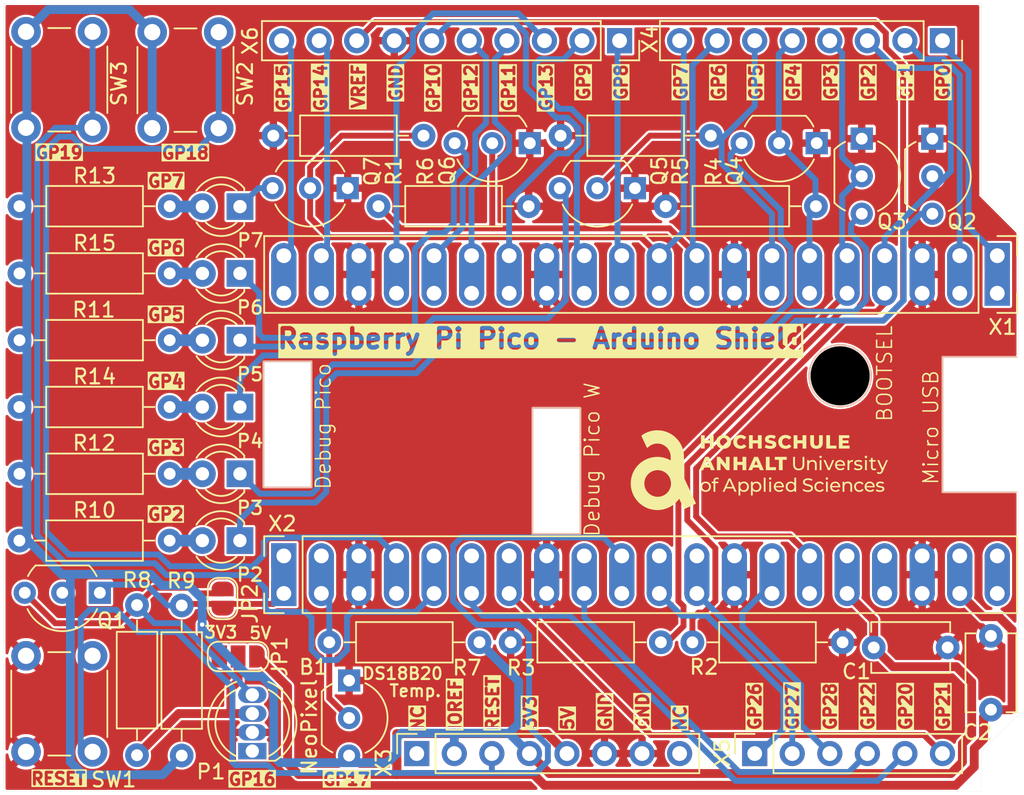
<source format=kicad_pcb>
(kicad_pcb (version 20221018) (generator pcbnew)

  (general
    (thickness 1.6)
  )

  (paper "A4" portrait)
  (title_block
    (title "Raspberry Pi Pico \\nArduino Shield")
    (date "2023-09-11")
    (rev "V1.0")
    (company "Hochschule Anhalt - University of Applied Sciences")
    (comment 1 "Printed Circuit Board")
    (comment 2 "Tobias Müller, M.Eng.")
    (comment 3 "Tobias Müller, M.Eng.")
    (comment 4 "PCB-Design")
    (comment 5 "ready to manufacture")
    (comment 6 "EMW | ES-LAB")
    (comment 7 "DIN 40719-2, DIN EN 60664-1,\\nDIN EN 61010-1")
    (comment 8 "EN")
  )

  (layers
    (0 "F.Cu" signal)
    (31 "B.Cu" signal)
    (32 "B.Adhes" user "B.Adhesive")
    (33 "F.Adhes" user "F.Adhesive")
    (34 "B.Paste" user)
    (35 "F.Paste" user)
    (36 "B.SilkS" user "B.Silkscreen")
    (37 "F.SilkS" user "F.Silkscreen")
    (38 "B.Mask" user)
    (39 "F.Mask" user)
    (40 "Dwgs.User" user "User.Drawings")
    (41 "Cmts.User" user "User.Comments")
    (42 "Eco1.User" user "User.Eco1")
    (43 "Eco2.User" user "User.Eco2")
    (44 "Edge.Cuts" user)
    (45 "Margin" user)
    (46 "B.CrtYd" user "B.Courtyard")
    (47 "F.CrtYd" user "F.Courtyard")
    (48 "B.Fab" user)
    (49 "F.Fab" user)
    (50 "User.1" user)
    (51 "User.2" user)
    (52 "User.3" user)
    (53 "User.4" user)
    (54 "User.5" user)
    (55 "User.6" user)
    (56 "User.7" user)
    (57 "User.8" user)
    (58 "User.9" user)
  )

  (setup
    (stackup
      (layer "F.SilkS" (type "Top Silk Screen"))
      (layer "F.Paste" (type "Top Solder Paste"))
      (layer "F.Mask" (type "Top Solder Mask") (thickness 0.01))
      (layer "F.Cu" (type "copper") (thickness 0.035))
      (layer "dielectric 1" (type "core") (thickness 1.51) (material "FR4") (epsilon_r 4.5) (loss_tangent 0.02))
      (layer "B.Cu" (type "copper") (thickness 0.035))
      (layer "B.Mask" (type "Bottom Solder Mask") (thickness 0.01))
      (layer "B.Paste" (type "Bottom Solder Paste"))
      (layer "B.SilkS" (type "Bottom Silk Screen"))
      (copper_finish "None")
      (dielectric_constraints no)
    )
    (pad_to_mask_clearance 0)
    (aux_axis_origin 79.0696 158.3534)
    (pcbplotparams
      (layerselection 0x00010e0_ffffffff)
      (plot_on_all_layers_selection 0x0000000_00000000)
      (disableapertmacros false)
      (usegerberextensions false)
      (usegerberattributes true)
      (usegerberadvancedattributes true)
      (creategerberjobfile true)
      (dashed_line_dash_ratio 12.000000)
      (dashed_line_gap_ratio 3.000000)
      (svgprecision 4)
      (plotframeref false)
      (viasonmask false)
      (mode 1)
      (useauxorigin false)
      (hpglpennumber 1)
      (hpglpenspeed 20)
      (hpglpendiameter 15.000000)
      (dxfpolygonmode true)
      (dxfimperialunits true)
      (dxfusepcbnewfont true)
      (psnegative false)
      (psa4output false)
      (plotreference true)
      (plotvalue true)
      (plotinvisibletext false)
      (sketchpadsonfab false)
      (subtractmaskfromsilk false)
      (outputformat 1)
      (mirror false)
      (drillshape 0)
      (scaleselection 1)
      (outputdirectory "../Build/")
    )
  )

  (net 0 "")
  (net 1 "GP0")
  (net 2 "GP1")
  (net 3 "GND")
  (net 4 "GP2")
  (net 5 "GP3")
  (net 6 "GP4")
  (net 7 "GP5")
  (net 8 "GP6")
  (net 9 "GP7")
  (net 10 "GP8")
  (net 11 "GP9")
  (net 12 "GP10")
  (net 13 "GP11")
  (net 14 "GP12")
  (net 15 "GP13")
  (net 16 "GP14")
  (net 17 "GP15")
  (net 18 "GP16")
  (net 19 "GP17")
  (net 20 "GP18")
  (net 21 "GP19")
  (net 22 "GP20")
  (net 23 "GP21")
  (net 24 "GP22")
  (net 25 "RUN")
  (net 26 "GP26")
  (net 27 "GP27")
  (net 28 "GP28")
  (net 29 "VREF")
  (net 30 "+3V3")
  (net 31 "unconnected-(X2-Pin_17-Pad17)")
  (net 32 "unconnected-(X3-Pin_1-Pad1)")
  (net 33 "unconnected-(X3-Pin_8-Pad8)")
  (net 34 "+5V")
  (net 35 "unconnected-(P1-DOUT-Pad1)")
  (net 36 "Net-(JP1-C)")
  (net 37 "Net-(P2-K)")
  (net 38 "Net-(P2-A)")
  (net 39 "Net-(P3-K)")
  (net 40 "Net-(P3-A)")
  (net 41 "Net-(P4-K)")
  (net 42 "Net-(P4-A)")
  (net 43 "Net-(P5-K)")
  (net 44 "Net-(P5-A)")
  (net 45 "Net-(P6-K)")
  (net 46 "Net-(P6-A)")
  (net 47 "Net-(P7-K)")
  (net 48 "Net-(P7-A)")
  (net 49 "unconnected-(X2-Pin_20-Pad20)")
  (net 50 "Net-(JP2-B)")

  (footprint "Package_TO_SOT_THT:TO-92_Inline_Wide" (layer "F.Cu") (at 102.4338 150.8252 -90))

  (footprint "Package_TO_SOT_THT:TO-92_Inline_Wide" (layer "F.Cu") (at 121.7686 117.5044 180))

  (footprint "LED_THT:LED_D3.0mm" (layer "F.Cu") (at 95.0528 127.7914 180))

  (footprint "Connector_PinSocket_2.54mm:PinSocket_1x06_P2.54mm_Vertical" (layer "F.Cu") (at 129.8696 155.7694 90))

  (footprint "Resistor_THT:R_Axial_DIN0207_L6.3mm_D2.5mm_P10.16mm_Horizontal" (layer "F.Cu") (at 123.5212 148.2384 180))

  (footprint "Package_TO_SOT_THT:TO-92_Inline_Wide" (layer "F.Cu") (at 85.5736 144.8856 180))

  (footprint "Resistor_THT:R_Axial_DIN0207_L6.3mm_D2.5mm_P10.16mm_Horizontal" (layer "F.Cu") (at 80.138 118.7236))

  (footprint "Resistor_THT:R_Axial_DIN0207_L6.3mm_D2.5mm_P10.16mm_Horizontal" (layer "F.Cu") (at 91.1098 155.9052 90))

  (footprint "Pico Adapter:Raspberry Pi Pico Header" (layer "F.Cu") (at 98.0186 144.9319 90))

  (footprint "LED_THT:LED_D3.0mm" (layer "F.Cu") (at 95.0478 132.3126 180))

  (footprint "LED_THT:LED_D3.0mm" (layer "F.Cu") (at 95.0528 123.2702 180))

  (footprint "Capacitor_THT:C_Disc_D5.1mm_W3.2mm_P5.00mm" (layer "F.Cu") (at 145.8468 152.8026 90))

  (footprint "Button_Switch_THT:SW_PUSH_6mm_H5mm" (layer "F.Cu") (at 89.1148 113.4392 90))

  (footprint "Resistor_THT:R_Axial_DIN0207_L6.3mm_D2.5mm_P10.16mm_Horizontal" (layer "F.Cu") (at 80.133 132.3126))

  (footprint "Resistor_THT:R_Axial_DIN0207_L6.3mm_D2.5mm_P10.16mm_Horizontal" (layer "F.Cu") (at 80.133 141.355))

  (footprint "Resistor_THT:R_Axial_DIN0207_L6.3mm_D2.5mm_P10.16mm_Horizontal" (layer "F.Cu") (at 80.138 127.7914))

  (footprint "Resistor_THT:R_Axial_DIN0207_L6.3mm_D2.5mm_P10.16mm_Horizontal" (layer "F.Cu") (at 111.253 148.2384 180))

  (footprint "Resistor_THT:R_Axial_DIN0207_L6.3mm_D2.5mm_P10.16mm_Horizontal" (layer "F.Cu") (at 125.6548 148.2384))

  (footprint "Resistor_THT:R_Axial_DIN0207_L6.3mm_D2.5mm_P10.16mm_Horizontal" (layer "F.Cu") (at 107.4684 113.9484 180))

  (footprint "LED_THT:LED_D3.0mm" (layer "F.Cu") (at 95.0528 118.749 180))

  (footprint "LED_THT:LED_D3.0mm" (layer "F.Cu") (at 95.0478 141.355 180))

  (footprint "Pico Adapter:Raspberry Pi Pico" (layer "F.Cu") (at 96.648 144.0024))

  (footprint "Connector_PinSocket_2.54mm:PinSocket_1x10_P2.54mm_Vertical" (layer "F.Cu") (at 120.7278 107.5184 -90))

  (footprint "Pico Adapter:SolderJumper-3_P1.3mm_Open_RoundedPad1.0x1.5mm" (layer "F.Cu") (at 94.9244 149.1996 180))

  (footprint "Connector_PinSocket_2.54mm:PinSocket_1x08_P2.54mm_Vertical" (layer "F.Cu") (at 107.0106 155.7694 90))

  (footprint "Pico Adapter:Arduino Shield" (layer "F.Cu") (at 79.0696 158.3534))

  (footprint "Resistor_THT:R_Axial_DIN0207_L6.3mm_D2.5mm_P10.16mm_Horizontal" (layer "F.Cu") (at 134.0114 118.7236 180))

  (footprint "Package_TO_SOT_THT:TO-92_Inline_Wide" (layer "F.Cu") (at 102.3376 117.5 180))

  (footprint "Pico Adapter:LED_D5.0mm-4_RGB" (layer "F.Cu") (at 95.886 155.6044 90))

  (footprint "Button_Switch_THT:SW_PUSH_6mm_H5mm" (layer "F.Cu") (at 85.0804 149.154 -90))

  (footprint "Resistor_THT:R_Axial_DIN0207_L6.3mm_D2.5mm_P10.16mm_Horizontal" (layer "F.Cu") (at 80.138 136.8338))

  (footprint "Pico Adapter:Raspberry Pi Pico Header" (layer "F.Cu")
    (tstamp 99ecf889-4ef1-4e90-9e35-968f0663196f)
    (at 146.2786 122.0724 -90)
    (descr "Through hole straight pin header, 2x20, 2.54mm pitch, double rows")
    (tags "Through hole pin header THT 2x20 2.54mm double row")
    (property "Hersteller-Nr." "HTSW-120-10-T-S")
    (property "Mouser-Nr." "200-HTSW12010TS")
    (property "Sheetfile" "Pico_Adapter.kicad_sch")
    (property "Sheetname" "")
    (property "ki_description" "Generic connector, single row, 01x20, script generated (kicad-library-utils/schlib/autogen/connector/)")
    (property "ki_keywords" "connector")
    (path "/8c49dd93-20af-4151-aae9-2b4d7dbd1ccf")
    (attr through_hole)
    (fp_text reference "X1" (at 4.83 -0.3566 -180) (layer "F.SilkS")
        (effects (font (size 1 1) (thickness 0.15)))
      (tstamp a9f540a6-edeb-441a-bfbf-45ef1f6e881d)
    )
    (fp_text value "Raspberry Pi Pico Header" (at 4.6268 16.1534 -180) (layer "F.Fab")
        (effects (font (size 1 1) (thickness 0.15)))
      (tstamp 7d121660-012e-458a-9dfe-16894094e835)
    )
    (fp_line (start -1.33 -1.33) (end 0 -1.33)
      (stroke (width 0.12) (type solid)) (layer "F.SilkS") (tstamp 070dfd40-8179-41d4-bf3d-2ae1db93e6a2))
    (fp_line (start -1.33 0) (end -1.33 -1.33)
      (stroke (width 0.12) (type solid)) (layer "F.SilkS") (tstamp 07178773-abae-4b84-8750-8f49f06539d9))
    (fp_line (start -1.33 1.27) (end -1.33 49.59)
      (stroke (width 0.12) (type solid)) (layer "F.SilkS") (tstamp fc7634bc-a142-419b-aa0f-2a62e3de61c5))
    (fp_line (start -1.33 1.27) (end 3.87 1.27)
      (stroke (width 0.12) (type solid)) (layer "F.SilkS") (tstamp 39195cc8-b84d-4fd9-8f6b-f1e63fccb7bc))
    (fp_line (start -1.33 49.59) (end 3.87 49.59)
      (stroke (width 0.12) (type solid)) (layer "F.SilkS") (tstamp f2c6ae7e-8001-4a22-b102-c91a53ef5aa3))
    (fp_line (start 2.54 -1.33) (end 3.87 -1.33)
      (stroke (width 0.12) (type solid)) (layer "F.SilkS") (tstamp 782918ea-1d67-49c4-b196-a7ff89de53fd))
    (fp_line (start 3.87 0) (end 3.87 -1.33)
      (stroke (width 0.12) (type solid)) (layer "F.SilkS") (tstamp 65c75e2c-7615-4d48-9a84-a0effd6290fd))
    (fp_line (start 3.87 1.27) (end 3.87 49.59)
      (stroke (width 0.12) (type solid)) (layer "F.SilkS") (tstamp 324c9748-0c34-4d90-b7ec-b37716d22c72))
    (fp_line (start -1.8 -1.8) (end -1.8 50.05)
      (stroke (width 0.05) (type solid)) (layer "F.CrtYd") (tstamp 5437a403-93df-4227-94bb-0518adf31c42))
    (fp_line (start -1.8 50.05) (end 4.35 50.05)
      (stroke (width 0.05) (type solid)) (layer "F.CrtYd") (tstamp e32bbad7-332d-48b8-b7f0-6587ae50f0c6))
    (fp_line (start 4.35 -1.8) (end -1.8 -1.8)
      (stroke (width 0.05) (type solid)) (layer "F.CrtYd") (tstamp 8aa197ce-0d90-44c3-9a41-0468999ef8b9))
    (fp_line (start 4.35 50.05) (end 4.35 -1.8)
      (stroke (width 0.05) (type solid)) (layer "F.CrtYd") (tstamp 806e4d13-853a-44f6-8383-8c29915838b9))
    (fp_line (start -1.27 0) (end 0 -1.27)
      (stroke (width 0.1) (type solid)) (layer "F.Fab") (tstamp 5c0ee2a9-0953-44b1-8e8b-c177d29c34fa))
    (fp_line (start -1.27 49.53) (end -1.27 0)
      (stroke (width 0.1) (type solid)) (layer "F.Fab") (tstamp c09dda99-e823-459d-a3f4-bfee4f845a57))
    (fp_line (start 0 -1.27) (end 2.54 -1.27)
      (stroke (width 0.1) (type solid)) (layer "F.Fab") (tstamp d589f81d-68a2-4f5c-b951-15304d00c437))
    (fp_line (start 3.81 0) (end 2.54 -1.27)
      (stroke (width 0.1) (type solid)) (layer "F.Fab") (tstamp acb97d43-62b4-4e7b-a2ab-5b1e9e7818b7))
    (fp_line (start 3.81 0) (end 3.81 49.53)
      (stroke (width 0.1) (type solid)) (layer "F.Fab") (tstamp 2704f8a9-d316-4962-a7cf-2dcb04035f9e))
    (fp_line (start 3.81 49.53) (end -1.27 49.53)
      (stroke (width 0.1) (type solid)) (layer "F.Fab") (tstamp 08cd05ce-d082-4941-937b-e33e2bd91e1a))
    (pad "1" thru_hole rect (at 0 0 270) (size 1.7 1.7) (drill 1) (layers "*.Cu" "*.Mask")
      (net 1 "GP0") (pinfunction "Pin_1") (pintype "passive") (tstamp d456b6a5-79d7-409b-a065-795acbff8610))
    (pad "1" smd rect (at 1.27 0 270) (size 4.24 1.7) (layers "F.Cu" "F.Mask")
      (net 1 "GP0") (pinfunction "Pin_1") (pintype "passive") (tstamp b2b76b49-e99b-4120-aa09-12d2b4f54726))
    (pad "1" smd rect (at 1.27 0 270) (size 4.24 1.7) (layers "B.Cu" "B.Mask")
      (net 1 "GP0") (pinfunction "Pin_1") (pintype "passive") (tstamp 23b1453f-ae87-4c70-85ee-c8c890f22cc5))
    (pad "1" thru_hole rect (at 2.54 0 270) (size 1.7 1.7) (drill 1) (layers "*.Cu" "*.Mask")
      (net 1 "GP0") (pinfunction "Pin_1") (pintype "passive") (tstamp b8167eb9-4914-4202-87d2-7bfb3d901397))
    (pad "2" thru_hole circle (at 0 2.54 270) (size 1.7 1.7) (drill 1) (layers "*.Cu" "*.Mask")
      (net 2 "GP1") (pinfunction "Pin_2") (pintype "passive") (tstamp 3e6fc691-610a-4450-b6f0-09fca32daae5))
    (pad "2" smd oval (at 1.27 2.54 270) (size 4.24 1.7) (layers "F.Cu" "F.Mask")
      (net 2 "GP1") (pinfunction "Pin_2") (pintype "passive") (tstamp 58e1966e-0e78-4ef2-9733-18b92c501a6a))
    (pad "2" smd oval (at 1.27 2.54 270) (size 4.24 1.7) (layers "B.Cu" "B.Mask")
      (net 2 "GP1") (pinfunction "Pin_2") (pintype "passive") (tstamp 1650792a-6c25-4631-b2ad-ab7e75ee99bb))
    (pad "2" thru_hole circle (at 2.54 2.54 270) (size 1.7 1.7) (drill 1) (layers "*.Cu" "*.Mask")
      (net 2 "GP1") (pinfunction "Pin_2") (pintype "passive") (tstamp dfe0433c-4948-4223-841f-0b3049226332))
    (pad "3" thru_hole circle (at 0 5.08 270) (size 1.7 1.7) (drill 1) (layers "*.Cu" "*.Mask")
      (net 3 "GND") (pinfunction "Pin_3") (pintype "passive") (tstamp e7619da2-8727-487a-9659-cc7efb0a121d))
    (pad "3" smd oval (at 1.27 5.08 270) (size 4.24 1.7) (layers "F.Cu" "F.Mask")
      (net 3 "GND") (pinfunction "Pin_3") (pintype "passive") (tstamp 02e85a8c-2b4d-469c-a929-ac60a5e91bd6))
    (pad "3" smd oval (at 1.27 5.08 270) (size 4.24 1.7) (layers "B.Cu" "B.Mask")
      (net 3 "GND") (pinfunction "Pin_3") (pintype "passive") (tstamp 1d7f19a3-8d83-4420-b4da-fd0d04bc69c9))
    (pad "3" thru_hole circle (at 2.54 5.08 270) (size 1.7 1.7) (drill 1) (layers "*.Cu" "*.Mask")
      (net 3 "GND") (pinfunction "Pin_3") (pintype "passive") (tstamp 6d34c963-ae70-4d72-b2c7-351dcaf98123))
    (pad "4" thru_hole circle (at 0 7.62 270) (size 1.7 1.7) (drill 1) (layers "*.Cu" "*.Mask")
      (net 4 "GP2") (pinfunction "Pin_4") (pintype "passive") (tstamp 7dc91d51-1b39-4d80-8b13-c901ef902b03))
    (pad "4" smd oval (at 1.27 7.62 270) (size 4.24 1.7) (layers "F.Cu" "F.Mask")
      (net 4 "GP2") (pinfunction "Pin_4") (pintype "passive") (tstamp e4a96082-b733-487f-8f58-e7250de9759b))
    (pad "4" smd oval (at 1.27 7.62 270) (size 4.24 1.7) (layers "B.Cu" "B.Mask")
      (net 4 "GP2") (pinfunction "Pin_4") (pintype "passive") (tstamp b46c0d5f-0f16-4c76-9ec1-68efff60b71e))
    (pad "4" thru_hole circle (at 2.54 7.62 270) (size 1.7 1.7) (drill 1) (layers "*.Cu" "*.Mask")
      (net 4 "GP2") (pinfunction "Pin_4") (pintype "passive") (tstamp 4ec94788-b52c-4648-b27d-3ddece8484af))
    (pad "5" thru_hole circle (at 0 10.16 270) (size 1.7 1.7) (drill 1) (layers "*.Cu" "*.Mask")
      (net 5 "GP3") (pinfunction "Pin_5") (pintype "passive") (tstamp 447afbd3-262b-445f-841f-8b4932bc6632))
    (pad "5" smd oval (at 1.27 10.16 270) (size 4.24 1.7) (layers "F.Cu" "F.Mask")
      (net 5 "GP3") (pinfunction "Pin_5") (pintype "passive") (tstamp d3cda1cf-43c2-4853-8c96-9e18edc0fea7))
    (pad "5" smd oval (at 1.27 10.16 270) (size 4.24 1.7) (layers "B.Cu" "B.Mask")
      (net 5 "GP3") (pinfunction "Pin_5") (pintype "passive") (tstamp 31ab2dcc-fb1b-4e8c-a5c6-39a60edee063))
    (pad "5" thru_hole circle (at 2.54 10.16 270) (size 1.7 1.7) (drill 1) (layers "*.Cu" "*.Mask")
      (net 5 "GP3") (pinfunction "Pin_5") (pintype "passive") (tstamp 65725ff8-c0da-4348-827f-19017e4eb95c))
    (pad "6" thru_hole circle (at 0 12.7 270) (size 1.7 1.7) (drill 1) (layers "*.Cu" "*.Mask")
      (net 6 "GP4") (pinfunction "Pin_6") (pintype "passive") (tstamp d157d19c-b353-4613-a955-774f9cfcf528))
    (pad "6" smd oval (at 1.27 12.7 270) (size 4.24 1.7) (layers "F.Cu" "F.Mask")
      (net 6 "GP4") (pinfunction "Pin_6") (pintype "passive") (tstamp 5e6821f1-6d63-4f40-9f3a-eed326e08356))
    (pad "6" smd oval (at 1.27 12.7 270) (size 4.24 1.7) (layers "B.Cu" "B.Mask")
      (net 6 "GP4") (pinfunction "Pin_6") (pintype "passive") (tstamp 5bcb3be6-d58b-48b3-a102-8bafdc8a4b3a))
    (pad "6" thru_hole circle (at 2.54 12.7 270) (size 1.7 1.7) (drill 1) (layers "*.Cu" "*.Mask")
      (net 6 "GP4") (pinfunction "Pin_6") (pintype "passive") (tstamp 85032983-f00a-4615-9025-00e86aa29765))
    (pad "7" thru_hole circle (at 0 15.24 270) (size 1.7 1.7) (drill 1) (layers "*.Cu" "*.Mask")
      (net 7 "GP5") (pinfunction "Pin_7") (pintype "passive") (tstamp e915d540-b02f-4146-b6a8-09a15a938357))
    (pad "7" smd oval (at 1.27 15.24 270) (size 4.24 1.7) (layers "F.Cu" "F.Mask")
      (net 7 "GP5") (pinfunction "Pin_7") (pintype "passive") (tstamp 34ec4c9d-f3fe-4c75-a4d8-648b6c952491))
    (pad "7" smd oval (at 1.27 15.24 270) (size 4.24 1.7) (layers "B.Cu" "B.Mask")
      (net 7 "GP5") (pinfunction "Pin_7") (pintype "passive") (tstamp 7592662d-d467-4b11-9a14-de0e8bcf691f))
    (pad "7" thru_hole circle (at 2.54 15.24 270) (size 1.7 1.7) (drill 1) (layers "*.Cu" "*.Mask")
      (net 7 "GP5") (pinfunction "Pin_7") (pintype "passive") (tstamp c56b40ed-2850-437b-93d7-c78efbcdb9a1))
    (pad "8" thru_hole circle (at 0 17.78 270) (size 1.7 1.7) (drill 1) (layers "*.Cu" "*.Mask")
      (net 3 "GND") (pinfunction "Pin_8") (pintype "passive") (tstamp 0006bc34-ae17-44d9-9991-f32f3c2398c1))
    (pad "8" smd oval (at 1.27 17.78 270) (size 4.24 1.7) (layers "F.Cu" "F.Mask")
      (net 3 "GND") (pinfunction "Pin_8") (pintype "passive") (tstamp d8def449-3198-4294-b66c-96034977e7cd))
    (pad "8" smd oval (at 1.27 17.78 270) (size 4.24 1.7) (layers "B.Cu" "B.Mask")
      (net 3 "GND") (pinfunction "Pin_8") (pintype "passive") (tstamp f5e3b266-54df-498d-9d73-c96d15b816e2))
    (pad "8" thru_hole circle (at 2.54 17.78 270) (size 1.7 1.7) (drill 1) (layers "*.Cu" "*.Mask")
      (net 3 "GND") (pinfunction "Pin_8") (pintype "passive") (tstamp cdb5a2a3-5c68-416a-a0b9-969df9dbd95a))
    (pad "9" thru_hole circle (at 0 20.32 270) (size 1.7 1.7) (drill 1) (layers "*.Cu" "*.Mask")
      (net 8 "GP6") (pinfunction "Pin_9") (pintype "passive") (tstamp 81083e72-621c-4b8f-b36f-c7231d20b172))
    (pad "9" smd oval (at 1.27 20.32 270) (size 4.24 1.7) (layers "F.Cu" "F.Mask")
      (net 8 "GP6") (pinfunction "Pin_9") (pintype "passive") (tstamp 00fc9901-5b4d-4db6-aecd-f9b6c892ed2a))
    (pad "9" smd oval (at 1.27 20.32 270) (size 4.24 1.7) (layers "B.Cu" "B.Mask")
      (net 8 "GP6") (pinfunction "Pin_9") (pintype "passive") (tstamp eb1e10e6-3fb5-4a54-945e-72203021e5dd))
    (pad "9" thru_hole circle (at 2.54 20.32 270) (size 1.7 1.7) (drill 1) (layers "*.Cu" "*.Mask")
      (net 8 "GP6") (pinfunction "Pin_9") (pintype "passive") (tstamp 2746f84e-8f46-4f14-8c1f-237ad57e76a1))
    (pad "10" thru_hole circle (at 0 22.86 270) (size 1.7 1.7) (drill 1) (layers "*.Cu" "*.Mask")
      (net 9 "GP7") (pinfunction "Pin_10") (pintype "passive") (tstamp 76c6fa71-9274-457c-9821-94f852c31013))
    (pad "10" smd oval (at 1.27 22.86 270) (size 4.24 1.7) (layers "F.Cu" "F.Mask")
      (net 9 "GP7") (pinfunction "Pin_10") (pintype "passive") (tstamp 46f93834-7556-4f5b-bf67-7fee7e2ad4a9))
    (pad "10" smd oval (at 1.27 22.86 270) (size 4.24 1.7) (layers "B.Cu" "B.Mask")
      (net 9 "GP7") (pinfunction "Pin_10") (pintype "passive") (tstamp 8ba2036a-f94a-4f92-9739-2571e0a249c9))
    (pad "10" thru_hole circle (at 2.54 22.86 270) (size 1.7 1.7) (drill 1) (layers "*.Cu" "*.Mask")
      (net 9 "GP7") (pinfunction "Pin_10") (pintype "passive") (tstamp af2d2af8-dfa9-4455-84e8-a3b033918b4c))
    (pad "11" thru_hole circle (at 0 25.4 270) (size 1.7 1.7) (drill 1) (layers "*.Cu" "*.Mask")
      (net 10 "GP8") (pinfunction "Pin_11") (pintype "passive") (tstamp c7e1f5a7-1ded-4ff3-a2bb-d40e0c6a01a7))
    (pad "11" smd oval (at 1.27 25.4 270) (size 4.24 1.7) (layers "F.Cu" "F.Mask")
      (net 10 "GP8") (pinfunction "Pin_11") (pintype "passive") (tstamp 94bc8fd2-1d7f-4b66-bea8-c873e2358cc3))
    (pad "11" smd oval (at 1.27 25.4 270) (size 4.24 1.7) (layers "B.Cu" "B.Mask")
      (net 10 "GP8") (pinfunction "Pin_11") (pintype "passive") (tstamp 4aa2fd1c-78b1-4925-8d7e-ca5e5e3e16cf))
    (pad "11" thru_hole circle (at 2.54 25.4 270) (size 1.7 1.7) (drill 1) (layers "*.Cu" "*.Mask")
      (net 10 "GP8") (pinfunction "Pin_11") (pintype "passive") (tstamp 34e44d09-96b7-4406-ae94-b9852e4f2a71))
    (pad "12" thru_hole circle (at 0 27.94 270) (size 1.7 1.7) (drill 1) (layers "*.Cu" "*.Mask")
      (net 11 "GP9") (pinfunction "Pin_12") (pintype "passive") (tstamp 159d1d45-d4be-4800-a517-c3f79ad2f4a9))
    (pad "12" smd oval (at 1.27 27.94 270) (size 4.24 1.7) (layers "F.Cu" "F.Mask")
      (net 11 "GP9") (pinfunction "Pin_12") (pintype "passive") (tstamp 0babf1c1-8d6c-497f-9b9c-fa8d516adbc7))
    (pad "12" smd oval (at 1.27 27.94 270) (size 4.24 1.7) (layers "B.Cu" "B.Mask")
      (net 11 "GP9") (pinfunction "Pin_12") (pintype "passive") (tstamp 77176674-dc98-4ba1-ac9c-1cb622accbee))
    (pad "12" thru_hole circle (at 2.54 27.94 270) (size 1.7 1.7) (drill 1) (layers "*.Cu" "*.Mask")
      (net 11 "GP9") (pinfunction "Pin_12") (pintype "passive") (tstamp bcd4ec4f-b1ed-49bf-bca2-f0df1dcc7024))
    (pad "13" thru_hole circle (at 0 30.48 270) (size 1.7 1.7) (drill 1) (layers "*.Cu" "*.Mask")
      (net 3 "GND") (pinfunction "Pin_13") (pintype "passive") (tstamp 9a98b2bc-ce12-4123-aa57-a3bed80b884f))
    (pad "13" smd oval (at 1.27 30.48 270) (size 4.24 1.7) (layers "F.Cu" "F.Mask")
      (net 3 "GND") (pinfunction "Pin_13") (pintype "passive") (tstamp 9e75e367-342f-4d1c-8529-7ba8ee2e9ca1))
    (pad "13" smd oval (at 1.27 30.48 270) (size 4.24 1.7) (layers "B.Cu" "B.Mask")
      (net 3 "GND") (pinfunction "Pin_13") (pintype "passive") (tstamp 5060191c-c304-4c57-8bd3-80c8625d7648))
    (pad "13" thru_hole circle (at 2.54 30.48 270) (size 1.7 1.7) (drill 1) (layers "*.Cu" "*.Mask")
      (net 3 "GND") (pinfunction "Pin_13") (pintype "passive") (tstamp 6cef493b-a9ea-4c3b-9c66-a104df46617b))
    (pad "14" thru_hole circle (at 0 33.02 270) (size 1.7 1.7) (drill 1) (layers "*.Cu" "*.Mask")
      (net 12 "GP10") (pinfunction "Pin_14") (pintype "passive") (tstamp a6187aa0-0d44-47f3-ac8c-7383ea13c2b7))
    (pad "14" smd oval (at 1.27 33.02 270) (size 4.24 1.7) (layers "F.Cu" "F.Mask")
      (net 12 "GP10") (pinfunction "Pin_14") (pintype "passive") (tstamp a5407a00-9903-4718-81a2-bf53348f176e))
    (pad "14" smd oval (at 1.27 33.02 270) (size 4.24 1.7) (layers "B.Cu" "B.Mask")
      (net 12 "GP10") (pinfunction "Pin_14") (pintype "passive") (tstamp 9e7af564-ba84-4688-b832-af6d4eec9e8f))
    (pad "14" thru_hole circle (at 2.54 33.02 270) (size 1.7 1.7) (drill 1) (layers "*.Cu" "*.Mask")
      (net 12 "GP10") (pinfunction "Pin_14") (pintype "passive") (tstamp b66209de-e7c9-47e4-b97e-bee97ee25ea3))
    (pad "15" thru_hole circle (at 0 35.56 270) (size 1.7 1.7) (drill 1) (layers "*.Cu" "*.Mask")
      (net 13 "GP11") (pinfunction "Pin_15") (pintype "passive") (tstamp 813dbe0b-175d-490c-a792-8360c017d81b))
    (pad "15" smd oval (at 1.27 35.56 270) (size 4.24 1.7) (layers "F.Cu" "F.Mask")
      (net 13 "GP11") (pinfunction "Pin_15") (pintype "passive") (tstamp 72b837df-8b57-4962-8d44-9fec63b87e2a))
    (pad "15" smd oval (at 1.27 35.56 270) (size 4.24 1.7) (layers "B.Cu" "B.Mask")
      (net 13 "GP11") (pinfunction "Pin_15") (pintype "passive") (tstamp 31072c09-0aab-4d40-84f3-4a80d8b7f9fc))
    (pad "15" thru_hole circle (at 2.54 35.56 270) (size 1.7 1.7) (drill 1) (layers "*.Cu" "*.Mask")
      (net 13 "GP11") (pinfunction "Pin_15") (pintype "passive") (tstamp 8f4021e8-ba5f-44dd-aa5b-0ed8521670ff))
    (pad "16" thru_hole circle (at 0 38.1 270) (size 1.7 1.7) (drill 1) (layers "*.Cu" "*.Mask")
      (net 14 "GP12") (pinfunction "Pin_16") (pintype "passive") (tstamp db8f0809-766a-42b0-b623-5e0e0a6fe8e5))
    (pad "16" smd oval (at 1.27 38.1 270) (size 4.24 1.7) (layers "F.Cu" "F.Mask")
      (net 14 "GP12") (pinfunction "Pin_16") (pintype "passive") (tstamp 5f16b340-d7d9-4fff-ae3b-5f9246ef6195))
 
... [953045 chars truncated]
</source>
